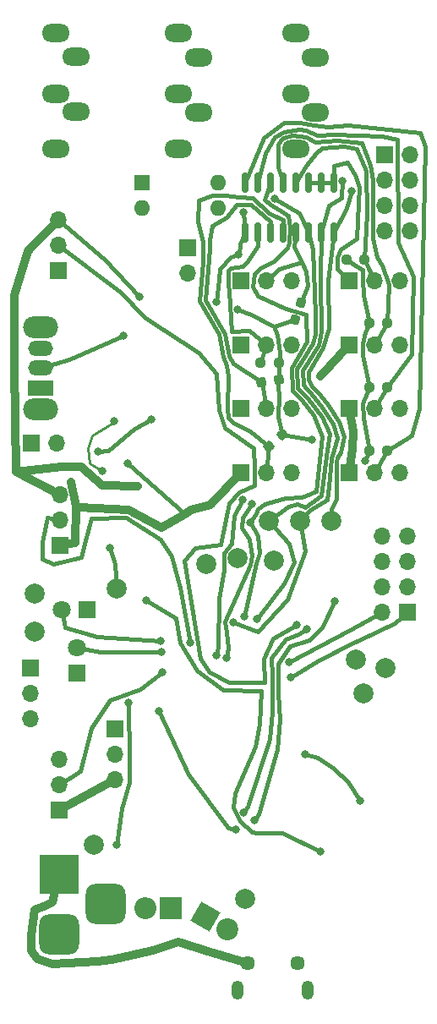
<source format=gbr>
G04 #@! TF.GenerationSoftware,KiCad,Pcbnew,8.0.3*
G04 #@! TF.CreationDate,2024-07-27T02:44:29-04:00*
G04 #@! TF.ProjectId,MEAP_Rev4,4d454150-5f52-4657-9634-2e6b69636164,rev?*
G04 #@! TF.SameCoordinates,Original*
G04 #@! TF.FileFunction,Copper,L2,Bot*
G04 #@! TF.FilePolarity,Positive*
%FSLAX46Y46*%
G04 Gerber Fmt 4.6, Leading zero omitted, Abs format (unit mm)*
G04 Created by KiCad (PCBNEW 8.0.3) date 2024-07-27 02:44:29*
%MOMM*%
%LPD*%
G01*
G04 APERTURE LIST*
G04 Aperture macros list*
%AMRoundRect*
0 Rectangle with rounded corners*
0 $1 Rounding radius*
0 $2 $3 $4 $5 $6 $7 $8 $9 X,Y pos of 4 corners*
0 Add a 4 corners polygon primitive as box body*
4,1,4,$2,$3,$4,$5,$6,$7,$8,$9,$2,$3,0*
0 Add four circle primitives for the rounded corners*
1,1,$1+$1,$2,$3*
1,1,$1+$1,$4,$5*
1,1,$1+$1,$6,$7*
1,1,$1+$1,$8,$9*
0 Add four rect primitives between the rounded corners*
20,1,$1+$1,$2,$3,$4,$5,0*
20,1,$1+$1,$4,$5,$6,$7,0*
20,1,$1+$1,$6,$7,$8,$9,0*
20,1,$1+$1,$8,$9,$2,$3,0*%
%AMHorizOval*
0 Thick line with rounded ends*
0 $1 width*
0 $2 $3 position (X,Y) of the first rounded end (center of the circle)*
0 $4 $5 position (X,Y) of the second rounded end (center of the circle)*
0 Add line between two ends*
20,1,$1,$2,$3,$4,$5,0*
0 Add two circle primitives to create the rounded ends*
1,1,$1,$2,$3*
1,1,$1,$4,$5*%
%AMRotRect*
0 Rectangle, with rotation*
0 The origin of the aperture is its center*
0 $1 length*
0 $2 width*
0 $3 Rotation angle, in degrees counterclockwise*
0 Add horizontal line*
21,1,$1,$2,0,0,$3*%
G04 Aperture macros list end*
G04 #@! TA.AperFunction,ComponentPad*
%ADD10C,2.000000*%
G04 #@! TD*
G04 #@! TA.AperFunction,ComponentPad*
%ADD11R,1.700000X1.700000*%
G04 #@! TD*
G04 #@! TA.AperFunction,ComponentPad*
%ADD12O,1.700000X1.700000*%
G04 #@! TD*
G04 #@! TA.AperFunction,ComponentPad*
%ADD13O,2.800000X1.800000*%
G04 #@! TD*
G04 #@! TA.AperFunction,ComponentPad*
%ADD14R,1.600000X1.600000*%
G04 #@! TD*
G04 #@! TA.AperFunction,ComponentPad*
%ADD15O,1.600000X1.600000*%
G04 #@! TD*
G04 #@! TA.AperFunction,ComponentPad*
%ADD16R,4.000000X4.000000*%
G04 #@! TD*
G04 #@! TA.AperFunction,ComponentPad*
%ADD17RoundRect,1.000000X1.000000X-1.000000X1.000000X1.000000X-1.000000X1.000000X-1.000000X-1.000000X0*%
G04 #@! TD*
G04 #@! TA.AperFunction,ComponentPad*
%ADD18O,3.500000X2.200000*%
G04 #@! TD*
G04 #@! TA.AperFunction,ComponentPad*
%ADD19R,2.500000X1.500000*%
G04 #@! TD*
G04 #@! TA.AperFunction,ComponentPad*
%ADD20O,2.500000X1.500000*%
G04 #@! TD*
G04 #@! TA.AperFunction,ComponentPad*
%ADD21RotRect,2.200000X2.200000X330.000000*%
G04 #@! TD*
G04 #@! TA.AperFunction,ComponentPad*
%ADD22HorizOval,2.200000X0.000000X0.000000X0.000000X0.000000X0*%
G04 #@! TD*
G04 #@! TA.AperFunction,ComponentPad*
%ADD23O,1.200000X1.900000*%
G04 #@! TD*
G04 #@! TA.AperFunction,ComponentPad*
%ADD24C,1.450000*%
G04 #@! TD*
G04 #@! TA.AperFunction,ComponentPad*
%ADD25R,2.200000X2.200000*%
G04 #@! TD*
G04 #@! TA.AperFunction,ComponentPad*
%ADD26O,2.200000X2.200000*%
G04 #@! TD*
G04 #@! TA.AperFunction,ComponentPad*
%ADD27R,1.800000X1.800000*%
G04 #@! TD*
G04 #@! TA.AperFunction,ComponentPad*
%ADD28C,1.800000*%
G04 #@! TD*
G04 #@! TA.AperFunction,SMDPad,CuDef*
%ADD29RoundRect,0.237500X-0.250000X-0.237500X0.250000X-0.237500X0.250000X0.237500X-0.250000X0.237500X0*%
G04 #@! TD*
G04 #@! TA.AperFunction,SMDPad,CuDef*
%ADD30RoundRect,0.237500X0.250000X0.237500X-0.250000X0.237500X-0.250000X-0.237500X0.250000X-0.237500X0*%
G04 #@! TD*
G04 #@! TA.AperFunction,SMDPad,CuDef*
%ADD31RoundRect,0.237500X0.204960X0.277304X-0.287443X0.190480X-0.204960X-0.277304X0.287443X-0.190480X0*%
G04 #@! TD*
G04 #@! TA.AperFunction,SMDPad,CuDef*
%ADD32RoundRect,0.237500X0.038849X0.342632X-0.344173X0.021239X-0.038849X-0.342632X0.344173X-0.021239X0*%
G04 #@! TD*
G04 #@! TA.AperFunction,SMDPad,CuDef*
%ADD33RoundRect,0.150000X-0.150000X0.825000X-0.150000X-0.825000X0.150000X-0.825000X0.150000X0.825000X0*%
G04 #@! TD*
G04 #@! TA.AperFunction,SMDPad,CuDef*
%ADD34RoundRect,0.237500X0.137672X-0.316153X0.308682X0.153693X-0.137672X0.316153X-0.308682X-0.153693X0*%
G04 #@! TD*
G04 #@! TA.AperFunction,ViaPad*
%ADD35C,0.800000*%
G04 #@! TD*
G04 #@! TA.AperFunction,Conductor*
%ADD36C,0.406400*%
G04 #@! TD*
G04 #@! TA.AperFunction,Conductor*
%ADD37C,0.812800*%
G04 #@! TD*
G04 #@! TA.AperFunction,Conductor*
%ADD38C,0.254000*%
G04 #@! TD*
G04 APERTURE END LIST*
D10*
X43620000Y-66350000D03*
D11*
X51700000Y-48700000D03*
D12*
X54240000Y-48700000D03*
X56780000Y-48700000D03*
D10*
X40480000Y-70060000D03*
D11*
X35519998Y-38975002D03*
D12*
X35519998Y-41515002D03*
D11*
X40800000Y-48700000D03*
D12*
X43340000Y-48700000D03*
X45880000Y-48700000D03*
D11*
X40800000Y-55100000D03*
D12*
X43340000Y-55100000D03*
X45880000Y-55100000D03*
D13*
X48300000Y-25430000D03*
X46300000Y-23630000D03*
X46300000Y-17530000D03*
X48300000Y-19930000D03*
X46300000Y-29130000D03*
D11*
X51700000Y-55100000D03*
D12*
X54240000Y-55100000D03*
X56780000Y-55100000D03*
D11*
X55220000Y-29660000D03*
D12*
X57760000Y-29660000D03*
X55220000Y-32200000D03*
X57760000Y-32200000D03*
X55220000Y-34740000D03*
X57760000Y-34740000D03*
X55220000Y-37280000D03*
X57760000Y-37280000D03*
D10*
X52350000Y-80200000D03*
D11*
X40800000Y-42300000D03*
D12*
X43340000Y-42300000D03*
X45880000Y-42300000D03*
D10*
X44100000Y-70290000D03*
X55320000Y-81070000D03*
D11*
X22690000Y-68810000D03*
D12*
X22690000Y-66270000D03*
X22689997Y-63730001D03*
D10*
X46755000Y-66350000D03*
D11*
X57469999Y-75489998D03*
D12*
X54929999Y-75489998D03*
X57469999Y-72949998D03*
X54930001Y-72949999D03*
X57469996Y-70409999D03*
X54930000Y-70410000D03*
X57469999Y-67869998D03*
X54929998Y-67869999D03*
D14*
X30900001Y-32460000D03*
D15*
X30900001Y-35000000D03*
X38520000Y-35000000D03*
X38520001Y-32460000D03*
D10*
X20180000Y-73670000D03*
X20130000Y-77480000D03*
D11*
X40800000Y-61500000D03*
D12*
X43340000Y-61500000D03*
X45880000Y-61500000D03*
D11*
X19750000Y-81040000D03*
D12*
X19750000Y-83580000D03*
X19750000Y-86120000D03*
D13*
X24300000Y-25385000D03*
X22300000Y-23585000D03*
X22300000Y-17485000D03*
X24300000Y-19885000D03*
X22300000Y-29085000D03*
D10*
X28380000Y-73080000D03*
X53140000Y-83660000D03*
X49890000Y-66350000D03*
D16*
X22602500Y-101740000D03*
D17*
X22602500Y-107740000D03*
X27302500Y-104740000D03*
D11*
X28210000Y-87180000D03*
D12*
X28210000Y-89720000D03*
X28210000Y-92260000D03*
D11*
X51700000Y-61500000D03*
D12*
X54240000Y-61500000D03*
X56780000Y-61500000D03*
D11*
X51700000Y-42300000D03*
D12*
X54240000Y-42300000D03*
X56780000Y-42300000D03*
D18*
X20740000Y-55140000D03*
X20740000Y-46940000D03*
D19*
X20740000Y-53040000D03*
D20*
X20740001Y-51039999D03*
X20740000Y-49040000D03*
D21*
X37310000Y-105960000D03*
D22*
X39509705Y-107230000D03*
D10*
X41260000Y-104220000D03*
D23*
X40529999Y-113332000D03*
D24*
X41529999Y-110632000D03*
X46529999Y-110632000D03*
D23*
X47529999Y-113332000D03*
D13*
X36560000Y-25420000D03*
X34560000Y-23620000D03*
X34560000Y-17520000D03*
X36560000Y-19920000D03*
X34560000Y-29120000D03*
D25*
X33830000Y-105130000D03*
D26*
X31290000Y-105130000D03*
D11*
X19820000Y-58520000D03*
D12*
X22360000Y-58520000D03*
D11*
X22540003Y-41299999D03*
D12*
X22540003Y-38759999D03*
X22540003Y-36219999D03*
D27*
X24390000Y-81600000D03*
D28*
X24390000Y-79060000D03*
D11*
X22640000Y-95310000D03*
D12*
X22640000Y-92770000D03*
X22640000Y-90230000D03*
D10*
X37380000Y-70630000D03*
X26130000Y-98750000D03*
D27*
X25440000Y-75220000D03*
D28*
X22900000Y-75220000D03*
D29*
X51377502Y-40170001D03*
X53202498Y-40169999D03*
D30*
X44604998Y-50500000D03*
X42780000Y-50500000D03*
D31*
X44670000Y-52180000D03*
X42872728Y-52496908D03*
D29*
X53690000Y-46540000D03*
X55514996Y-46539998D03*
D32*
X44980000Y-57730000D03*
X43581970Y-58903088D03*
D29*
X53685004Y-52940002D03*
X55510000Y-52940000D03*
D33*
X41250000Y-32484999D03*
X42519999Y-32485000D03*
X43790000Y-32485003D03*
X45059997Y-32484997D03*
X46330001Y-32484999D03*
X47600001Y-32485000D03*
X48870000Y-32484999D03*
X50139999Y-32485000D03*
X50140000Y-37435001D03*
X48870001Y-37435000D03*
X47600000Y-37434997D03*
X46330003Y-37435003D03*
X45059999Y-37435001D03*
X43789999Y-37435000D03*
X42520000Y-37435001D03*
X41250001Y-37435000D03*
D29*
X53685004Y-59350002D03*
X55510000Y-59350000D03*
D34*
X46245812Y-46194936D03*
X46870000Y-44480000D03*
D35*
X40330000Y-97220000D03*
X50990000Y-32350000D03*
X40580000Y-39676083D03*
X38390000Y-44430000D03*
X27710000Y-69080000D03*
X32640000Y-85420000D03*
X29540000Y-84560000D03*
X28370000Y-98800000D03*
X23810000Y-62420000D03*
X42160000Y-96320000D03*
X41100000Y-95550000D03*
X30490000Y-62850000D03*
X41120000Y-35450000D03*
X53280000Y-60350000D03*
X47940000Y-58260000D03*
X40470000Y-45220000D03*
X31370000Y-74320000D03*
X48830000Y-99440000D03*
X39420000Y-80050000D03*
X38340000Y-79840000D03*
X35750000Y-78560000D03*
X46400000Y-76790000D03*
X30630000Y-43870000D03*
X48790000Y-51860000D03*
X29520000Y-60630000D03*
X26480000Y-59370000D03*
X32886533Y-67015122D03*
X28140000Y-56320000D03*
X26940000Y-61380000D03*
X29020000Y-47830000D03*
X47260000Y-89680000D03*
X52790000Y-94370000D03*
X47410000Y-77220000D03*
X50270000Y-74370000D03*
X40970000Y-64270000D03*
X41940000Y-64680000D03*
X32970000Y-81520000D03*
X32790000Y-78370000D03*
X32860000Y-79470000D03*
X41760000Y-66540000D03*
X41160000Y-75930000D03*
X40090000Y-76530000D03*
X42460000Y-76150000D03*
X45650000Y-80510000D03*
X45840000Y-81990000D03*
X31820000Y-56160000D03*
X44250000Y-34130000D03*
X51910000Y-33340000D03*
D36*
X35570000Y-91770000D02*
X39527513Y-97082487D01*
X40330000Y-97220000D02*
X39527513Y-97082487D01*
X40704404Y-96425596D02*
X41920000Y-97511185D01*
X40055517Y-95090000D02*
X40210000Y-93650000D01*
X40704404Y-96425596D02*
X40055517Y-95090000D01*
X42480000Y-97590000D02*
X41920000Y-97511185D01*
X50900000Y-33970000D02*
X50990000Y-32350000D01*
X50170000Y-30750000D02*
X51530000Y-30490000D01*
X50139999Y-32485000D02*
X50170000Y-30750000D01*
X52240000Y-31750000D02*
X52660000Y-32930000D01*
X51530000Y-30490000D02*
X52240000Y-31750000D01*
X23640000Y-50180000D02*
X20740001Y-51039999D01*
X39850000Y-39930000D02*
X40580000Y-39676083D01*
X40580000Y-39676083D02*
X40654994Y-39649998D01*
X38750000Y-41130000D02*
X39850000Y-39930000D01*
X38390000Y-44430000D02*
X38670000Y-42110000D01*
X38670000Y-42110000D02*
X38750000Y-41130000D01*
X39623354Y-49846646D02*
X39197653Y-47620000D01*
X37695287Y-39100000D02*
X37730000Y-38230000D01*
X39197653Y-47620000D02*
X37310000Y-44210000D01*
X37310000Y-44210000D02*
X37695287Y-39100000D01*
X37005494Y-40480000D02*
X37051868Y-38370000D01*
X36710000Y-44360000D02*
X37005494Y-40480000D01*
X39076000Y-49920000D02*
X38610899Y-47670000D01*
X38610899Y-47670000D02*
X36710000Y-44360000D01*
X41460612Y-40410000D02*
X42503966Y-38850000D01*
X38334625Y-51630000D02*
X38630000Y-55260000D01*
X38334625Y-51630000D02*
X36599192Y-49510808D01*
X31290000Y-46040000D02*
X36599192Y-49510808D01*
X27710000Y-84330000D02*
X30770000Y-83220000D01*
X24730000Y-91450000D02*
X25870000Y-87070000D01*
X30770000Y-83220000D02*
X32970000Y-81520000D01*
X22640000Y-92770000D02*
X24730000Y-91450000D01*
X25870000Y-87070000D02*
X27710000Y-84330000D01*
X27710000Y-69080000D02*
X28240000Y-70700000D01*
X28240000Y-70700000D02*
X28380000Y-73080000D01*
X29340000Y-66040000D02*
X32790000Y-68190000D01*
X24800000Y-69968267D02*
X25270000Y-68260000D01*
X25270000Y-68260000D02*
X25820000Y-66060000D01*
X24800000Y-69968267D02*
X22030000Y-70670000D01*
X25820000Y-66060000D02*
X29340000Y-66040000D01*
X34730000Y-73000000D02*
X33925512Y-69930000D01*
X32790000Y-68190000D02*
X33925512Y-69930000D01*
D37*
X24680000Y-64988032D02*
X29550000Y-65220000D01*
X24680000Y-64988032D02*
X24320000Y-64890000D01*
X29550000Y-65220000D02*
X32886533Y-67015122D01*
D36*
X32640000Y-85420000D02*
X35570000Y-91770000D01*
X28910000Y-95140000D02*
X28370000Y-98800000D01*
X29540000Y-84560000D02*
X29640000Y-90230000D01*
X29640000Y-90230000D02*
X29640000Y-92500000D01*
X29640000Y-92500000D02*
X28910000Y-95140000D01*
D37*
X22640000Y-95310000D02*
X28210000Y-92260000D01*
X24320000Y-64890000D02*
X23810000Y-62420000D01*
X24850000Y-60910000D02*
X22870000Y-60910000D01*
X22870000Y-60910000D02*
X18340000Y-61470000D01*
X26950000Y-62770000D02*
X24850000Y-60910000D01*
X24270000Y-68531875D02*
X24320000Y-64890000D01*
X22690000Y-68810000D02*
X24270000Y-68531875D01*
X20176904Y-105330000D02*
X21238839Y-104858839D01*
X21238839Y-104858839D02*
X21980000Y-104530000D01*
X21980000Y-104530000D02*
X22602500Y-101740000D01*
X20176904Y-105330000D02*
X19830000Y-107820000D01*
X19830000Y-107820000D02*
X19830000Y-109350000D01*
X21980000Y-110720509D02*
X20400000Y-110168972D01*
X20400000Y-110168972D02*
X19830000Y-109350000D01*
X26460000Y-110498767D02*
X27870000Y-110285727D01*
X26460000Y-110498767D02*
X21980000Y-110720509D01*
X27870000Y-110285727D02*
X32000000Y-109400000D01*
X34550000Y-108500000D02*
X37780000Y-109520000D01*
X32000000Y-109400000D02*
X34550000Y-108500000D01*
X37780000Y-109520000D02*
X41529999Y-110632000D01*
D36*
X40210000Y-93650000D02*
X42235513Y-88995513D01*
X42707377Y-86680000D02*
X42880000Y-83390000D01*
X42235513Y-88995513D02*
X42707377Y-86680000D01*
X42594044Y-95694044D02*
X44451018Y-89200000D01*
X44451018Y-89200000D02*
X44759752Y-86260000D01*
X44759752Y-86260000D02*
X44530000Y-83590000D01*
X41522886Y-94962886D02*
X43685803Y-88170000D01*
X43932248Y-85460000D02*
X43930000Y-85170000D01*
X43685803Y-88170000D02*
X43932248Y-85460000D01*
X42594044Y-95694044D02*
X42160000Y-96320000D01*
X41100000Y-95550000D02*
X41522886Y-94962886D01*
X44960000Y-97623401D02*
X42480000Y-97590000D01*
X45180000Y-97700000D02*
X44960000Y-97623401D01*
D37*
X30490000Y-62850000D02*
X26950000Y-62770000D01*
X32886533Y-67015122D02*
X35237721Y-65647721D01*
X35237721Y-65647721D02*
X35870000Y-65280000D01*
D36*
X29520000Y-60630000D02*
X35237721Y-65647721D01*
D37*
X18150000Y-43760000D02*
X19470000Y-39310000D01*
X18340000Y-61470000D02*
X18150000Y-50850000D01*
X22689997Y-63730001D02*
X18340000Y-61470000D01*
X19470000Y-39310000D02*
X22540003Y-36219999D01*
X18150000Y-50850000D02*
X18150000Y-43760000D01*
D36*
X41120000Y-35450000D02*
X41250001Y-37435000D01*
X41870000Y-34720000D02*
X40410000Y-34720000D01*
X39350000Y-35920000D02*
X37980000Y-36770000D01*
X43774133Y-36360000D02*
X41870000Y-34720000D01*
X37980000Y-36770000D02*
X37730000Y-38230000D01*
X40410000Y-34720000D02*
X39350000Y-35920000D01*
X36560000Y-34230000D02*
X36520000Y-36340000D01*
X42050000Y-33980000D02*
X40660000Y-33960000D01*
X43660000Y-35549009D02*
X42050000Y-33980000D01*
X39200000Y-33780000D02*
X37910000Y-33780000D01*
X40660000Y-33960000D02*
X39200000Y-33780000D01*
X37910000Y-33780000D02*
X36560000Y-34230000D01*
X36520000Y-36340000D02*
X37051868Y-38370000D01*
X44140000Y-46850000D02*
X46245812Y-46194936D01*
X53280000Y-60350000D02*
X53685004Y-59350002D01*
X44980000Y-57730000D02*
X47940000Y-58260000D01*
X48970000Y-57900000D02*
X48150000Y-55780000D01*
X48150000Y-55780000D02*
X46922257Y-54210000D01*
X46950000Y-64006288D02*
X48380000Y-63410000D01*
X48380000Y-63410000D02*
X48970000Y-57900000D01*
X45350000Y-64059237D02*
X46950000Y-64006288D01*
X48910000Y-63810000D02*
X49190000Y-61160000D01*
X46530000Y-64686143D02*
X47240000Y-64960000D01*
X49190000Y-61160000D02*
X49470000Y-59250000D01*
X47240000Y-64960000D02*
X48910000Y-63810000D01*
X46530000Y-64686143D02*
X45540000Y-64870000D01*
X49470000Y-64260000D02*
X49650000Y-62840000D01*
X46755000Y-66350000D02*
X47760011Y-65290011D01*
X47760011Y-65290011D02*
X49470000Y-64260000D01*
X49871318Y-60090000D02*
X50160000Y-59220000D01*
X49650000Y-62840000D02*
X49871318Y-60090000D01*
X49909275Y-65190000D02*
X50400000Y-64120000D01*
X50431730Y-60410000D02*
X50521218Y-60001218D01*
X49909275Y-65190000D02*
X49890000Y-66350000D01*
X50400000Y-64120000D02*
X50431730Y-60410000D01*
X45350000Y-64059237D02*
X44940000Y-64160000D01*
X49470000Y-59250000D02*
X49710000Y-57640000D01*
X49710000Y-57640000D02*
X48930000Y-55960000D01*
X48930000Y-55960000D02*
X47550000Y-54100000D01*
D37*
X52010000Y-59130000D02*
X52130000Y-57370000D01*
X51700000Y-61500000D02*
X52010000Y-59130000D01*
X52130000Y-57370000D02*
X51700000Y-55100000D01*
D36*
X50040000Y-56590000D02*
X48810000Y-54710000D01*
X50160000Y-59220000D02*
X50490000Y-58050000D01*
X47751460Y-53468540D02*
X47370000Y-53060000D01*
X50490000Y-58050000D02*
X50040000Y-56590000D01*
X48810000Y-54710000D02*
X47751460Y-53468540D01*
X50521218Y-60001218D02*
X50780000Y-59520000D01*
X50630000Y-56470000D02*
X49650000Y-54830000D01*
X50780000Y-59520000D02*
X51170000Y-57840000D01*
X51170000Y-57840000D02*
X50630000Y-56470000D01*
X49650000Y-54830000D02*
X48737006Y-53630000D01*
X46886315Y-40423685D02*
X44650000Y-41120000D01*
X47330000Y-41330000D02*
X46886315Y-40423685D01*
X46886315Y-40423685D02*
X46155084Y-38930000D01*
X44650000Y-41120000D02*
X43340000Y-42300000D01*
X45350000Y-45100000D02*
X42500000Y-43830000D01*
X41990000Y-42900000D02*
X42170000Y-41590000D01*
X42500000Y-43830000D02*
X41990000Y-42900000D01*
X42740000Y-41060000D02*
X44170000Y-40370000D01*
X42170000Y-41590000D02*
X42740000Y-41060000D01*
X45680000Y-38480000D02*
X45527273Y-39040000D01*
X44170000Y-40370000D02*
X45527273Y-39040000D01*
X47500000Y-42820000D02*
X47330000Y-41330000D01*
X46870000Y-44480000D02*
X47500000Y-42820000D01*
X46155084Y-38930000D02*
X46330003Y-37435003D01*
X41847500Y-45700494D02*
X40470000Y-45220000D01*
X41710000Y-47330000D02*
X39890000Y-47360000D01*
X39890000Y-47360000D02*
X39610000Y-43400000D01*
X42074033Y-47635967D02*
X41710000Y-47330000D01*
X43340000Y-48700000D02*
X42074033Y-47635967D01*
X44940000Y-64160000D02*
X43190000Y-64615709D01*
X42312379Y-65560000D02*
X42549330Y-65189330D01*
X43190000Y-64615709D02*
X42549330Y-65189330D01*
X45540000Y-64870000D02*
X43620000Y-66350000D01*
X44670000Y-52180000D02*
X44595000Y-52980000D01*
X44670000Y-52180000D02*
X44604998Y-50500000D01*
X42780000Y-50500000D02*
X43340000Y-48700000D01*
X44480000Y-47680000D02*
X44710000Y-49500000D01*
X44710000Y-49500000D02*
X44604998Y-50500000D01*
X41847500Y-45700494D02*
X44140000Y-46850000D01*
X44140000Y-46850000D02*
X44480000Y-47680000D01*
X39070000Y-83270000D02*
X36450000Y-81340000D01*
X34750000Y-78550000D02*
X34290000Y-76110000D01*
X48830000Y-99440000D02*
X45180000Y-97700000D01*
X36450000Y-81340000D02*
X34750000Y-78550000D01*
X42880000Y-83390000D02*
X39070000Y-83270000D01*
X34290000Y-76110000D02*
X31370000Y-74320000D01*
X39420000Y-80050000D02*
X39540000Y-79010000D01*
X38340000Y-79840000D02*
X38580000Y-78970000D01*
X22030000Y-70670000D02*
X20930000Y-70180000D01*
X35750000Y-78560000D02*
X34730000Y-73000000D01*
X20930000Y-68490000D02*
X21420000Y-66040000D01*
X20930000Y-70180000D02*
X20930000Y-68490000D01*
X21420000Y-66040000D02*
X22690000Y-66270000D01*
X43230000Y-82520000D02*
X39620000Y-82520000D01*
X36770000Y-80110000D02*
X35130000Y-70310000D01*
X44040313Y-78090313D02*
X46400000Y-76790000D01*
X44040313Y-78090313D02*
X43140000Y-80130000D01*
X39620000Y-82520000D02*
X37730000Y-81500000D01*
X37730000Y-81500000D02*
X36770000Y-80110000D01*
X43140000Y-80130000D02*
X43230000Y-82520000D01*
X40660000Y-63500000D02*
X39660000Y-64550000D01*
X42150000Y-60890000D02*
X42190000Y-62810000D01*
X38780000Y-68700000D02*
X36230000Y-69090000D01*
X36230000Y-69090000D02*
X35130000Y-70310000D01*
X39180000Y-57020000D02*
X42120000Y-59040000D01*
X39660000Y-64550000D02*
X38780000Y-68700000D01*
X42120000Y-59040000D02*
X42150000Y-60890000D01*
X28720000Y-43380000D02*
X31290000Y-46040000D01*
X42190000Y-62810000D02*
X40660000Y-63500000D01*
X38630000Y-55260000D02*
X39180000Y-57020000D01*
X22540003Y-38759999D02*
X28720000Y-43380000D01*
X30630000Y-43870000D02*
X27160000Y-40160000D01*
X27160000Y-40160000D02*
X22540003Y-36219999D01*
X42973457Y-52439016D02*
X40104206Y-50635794D01*
X43340000Y-55100000D02*
X42973457Y-52439016D01*
D37*
X51700000Y-48700000D02*
X48790000Y-51860000D01*
D36*
X48737006Y-53630000D02*
X47950000Y-52890000D01*
X47950000Y-52890000D02*
X47600000Y-52250000D01*
X47600000Y-52250000D02*
X47620000Y-51450000D01*
X47620000Y-51450000D02*
X49070000Y-49030000D01*
X47370000Y-53060000D02*
X47060000Y-52750000D01*
X47060000Y-52750000D02*
X47020000Y-51310000D01*
X48600727Y-48710000D02*
X48893987Y-47400000D01*
X47020000Y-51310000D02*
X48600727Y-48710000D01*
X46445058Y-51140624D02*
X46524080Y-53052100D01*
X48059836Y-48550000D02*
X46885143Y-50377985D01*
X46524080Y-53052100D02*
X47550000Y-54100000D01*
X48059836Y-48550000D02*
X48318669Y-47610000D01*
X46885143Y-50377985D02*
X46445058Y-51140624D01*
X46030000Y-53350000D02*
X45930000Y-51020000D01*
X46922257Y-54210000D02*
X46030000Y-53350000D01*
X47390000Y-45660000D02*
X47430341Y-48420000D01*
X45930000Y-51020000D02*
X47430341Y-48420000D01*
X49070000Y-49030000D02*
X49635720Y-47060000D01*
X49535916Y-42330000D02*
X49635720Y-47060000D01*
X48790000Y-42140000D02*
X48893987Y-47400000D01*
X48270000Y-45690000D02*
X48318669Y-47610000D01*
X52660000Y-32930000D02*
X52640000Y-34550000D01*
X50800000Y-39200000D02*
X50510000Y-39910000D01*
X50510000Y-39910000D02*
X50510000Y-41090000D01*
X52400000Y-38060000D02*
X50800000Y-39200000D01*
X52640000Y-34550000D02*
X52400000Y-38060000D01*
X50510000Y-41090000D02*
X51700000Y-42300000D01*
X53410000Y-35550000D02*
X53354547Y-31319548D01*
X53202498Y-40169999D02*
X53410000Y-35550000D01*
X53354547Y-31319548D02*
X52410000Y-29100000D01*
X54020000Y-32200000D02*
X54020000Y-38110000D01*
X53760000Y-30690000D02*
X54020000Y-32200000D01*
X54467790Y-39912210D02*
X54990000Y-40780000D01*
X54020000Y-38110000D02*
X54467790Y-39912210D01*
D37*
X35870000Y-65280000D02*
X37790000Y-64710000D01*
X37790000Y-64710000D02*
X40800000Y-61500000D01*
D36*
X27570000Y-59310000D02*
X26480000Y-59370000D01*
D38*
X25480000Y-59090000D02*
X25890000Y-57780000D01*
X26940000Y-61380000D02*
X25640000Y-60550000D01*
X27854341Y-56644341D02*
X28140000Y-56320000D01*
X25640000Y-60550000D02*
X25480000Y-59090000D01*
X25890000Y-57780000D02*
X27854341Y-56644341D01*
D36*
X23640000Y-50180000D02*
X29020000Y-47830000D01*
X52790000Y-94370000D02*
X51584340Y-92545660D01*
X50152676Y-91177324D02*
X48570000Y-90035386D01*
X51584340Y-92545660D02*
X50152676Y-91177324D01*
X48570000Y-90035386D02*
X47260000Y-89680000D01*
X43850000Y-80080000D02*
X45340000Y-78200000D01*
X46590000Y-77730000D02*
X47410000Y-77220000D01*
X43930000Y-85170000D02*
X43930000Y-81840000D01*
X45340000Y-78200000D02*
X46590000Y-77730000D01*
X43930000Y-81840000D02*
X43850000Y-80080000D01*
X47730000Y-78280000D02*
X48940000Y-77020000D01*
X45720000Y-78860000D02*
X47730000Y-78280000D01*
X44530000Y-83590000D02*
X44570000Y-80640000D01*
X44570000Y-80640000D02*
X45720000Y-78860000D01*
X48940000Y-77020000D02*
X50270000Y-74370000D01*
X39910000Y-68600000D02*
X39160000Y-69600000D01*
X39160000Y-71250000D02*
X38610000Y-74130000D01*
X40970000Y-64270000D02*
X40180000Y-65820000D01*
X40180000Y-65820000D02*
X39910000Y-68600000D01*
X39160000Y-69600000D02*
X39160000Y-71250000D01*
X38610000Y-74130000D02*
X38580000Y-78970000D01*
X40920000Y-67060000D02*
X40980000Y-65980000D01*
X41940000Y-69780000D02*
X41640000Y-68250000D01*
X39540000Y-79010000D02*
X39350000Y-77510000D01*
X39210000Y-76390000D02*
X41720000Y-70760000D01*
X39350000Y-77510000D02*
X39210000Y-76390000D01*
X41640000Y-68250000D02*
X40920000Y-67060000D01*
X40980000Y-65980000D02*
X41940000Y-64680000D01*
X41720000Y-70760000D02*
X41940000Y-69780000D01*
X45059999Y-37435001D02*
X45024180Y-36175820D01*
X43774133Y-36360000D02*
X43789999Y-37435000D01*
X39790901Y-41040901D02*
X40990000Y-40871983D01*
X40990000Y-40871983D02*
X41460612Y-40410000D01*
X40654994Y-39649998D02*
X40760000Y-38610000D01*
X40760000Y-38610000D02*
X41250001Y-37435000D01*
X39546199Y-41270000D02*
X39790901Y-41040901D01*
X26420000Y-77950000D02*
X23250000Y-77020000D01*
X32790000Y-78370000D02*
X26420000Y-77950000D01*
X23250000Y-77020000D02*
X22900000Y-75220000D01*
X32860000Y-79470000D02*
X26810000Y-79430000D01*
X26810000Y-79430000D02*
X24390000Y-79060000D01*
X42250000Y-67330000D02*
X41760000Y-66540000D01*
X41760000Y-66540000D02*
X42312379Y-65560000D01*
X53140000Y-43760000D02*
X53010000Y-42030000D01*
X52430000Y-40870000D02*
X51377502Y-40170001D01*
X53690000Y-46540000D02*
X53140000Y-43760000D01*
X53010000Y-41210000D02*
X52430000Y-40870000D01*
X53010000Y-42030000D02*
X53010000Y-41210000D01*
X53020000Y-48530000D02*
X53240000Y-47480000D01*
X53685004Y-52940002D02*
X53050000Y-49790000D01*
X53050000Y-49790000D02*
X53020000Y-48530000D01*
X53240000Y-47480000D02*
X53690000Y-46540000D01*
X53080000Y-56000000D02*
X53030000Y-54540000D01*
X53685004Y-59350002D02*
X53080000Y-56000000D01*
X53030000Y-54540000D02*
X53685004Y-52940002D01*
X44580000Y-55920000D02*
X44600000Y-53770000D01*
X44980000Y-57730000D02*
X44580000Y-55920000D01*
X44600000Y-53770000D02*
X44595000Y-52980000D01*
X47390000Y-45660000D02*
X45350000Y-45100000D01*
X42716069Y-69560000D02*
X42380000Y-70580000D01*
X42250000Y-67330000D02*
X42486486Y-67843514D01*
X42716069Y-69560000D02*
X42486486Y-67843514D01*
X42380000Y-70580000D02*
X41160000Y-75930000D01*
X43340000Y-61500000D02*
X43581970Y-58903088D01*
X41766423Y-57413577D02*
X43581970Y-58903088D01*
X44650000Y-35200000D02*
X45600000Y-35780000D01*
X45600000Y-35780000D02*
X45720000Y-36930000D01*
X45720000Y-36930000D02*
X45680000Y-38480000D01*
X43760000Y-34660000D02*
X44650000Y-35200000D01*
X43220000Y-34190000D02*
X43760000Y-34660000D01*
X43790000Y-32485003D02*
X43220000Y-34190000D01*
X46755000Y-66350000D02*
X47230000Y-69420000D01*
X47230000Y-69420000D02*
X45460000Y-74260000D01*
X42530000Y-77400000D02*
X40090000Y-76530000D01*
X45460000Y-74260000D02*
X42530000Y-77400000D01*
X46190000Y-70470000D02*
X45660000Y-68650000D01*
X42460000Y-76150000D02*
X45140000Y-72590000D01*
X45140000Y-72590000D02*
X46190000Y-70470000D01*
X45660000Y-68650000D02*
X43620000Y-66350000D01*
X51770000Y-77300000D02*
X54929999Y-75489998D01*
X45650000Y-80510000D02*
X51770000Y-77300000D01*
X51900000Y-78588457D02*
X52890000Y-78238761D01*
X56238616Y-76568616D02*
X57469999Y-75489998D01*
X52890000Y-78238761D02*
X56238616Y-76568616D01*
X45840000Y-81990000D02*
X48657941Y-80347941D01*
X48657941Y-80347941D02*
X51900000Y-78588457D01*
X48870000Y-32484999D02*
X47600001Y-32485000D01*
X50139999Y-32485000D02*
X48870000Y-32484999D01*
X30180000Y-57090000D02*
X27570000Y-59310000D01*
X31820000Y-56160000D02*
X30180000Y-57090000D01*
X48010000Y-39130000D02*
X47600000Y-37434997D01*
X48010000Y-39130000D02*
X48270000Y-45690000D01*
X47600000Y-37434997D02*
X46650000Y-35490000D01*
X46650000Y-35490000D02*
X44250000Y-34130000D01*
X48870001Y-37435000D02*
X48790000Y-42140000D01*
X48870001Y-37435000D02*
X49660000Y-34750000D01*
X49660000Y-34750000D02*
X50900000Y-33970000D01*
X51910000Y-33340000D02*
X51410000Y-35040000D01*
X51410000Y-35040000D02*
X50140000Y-37435001D01*
X50140000Y-37435001D02*
X49535916Y-42330000D01*
X48969508Y-29049508D02*
X51120000Y-28820000D01*
X51120000Y-28820000D02*
X52410000Y-29100000D01*
X48390000Y-29480000D02*
X48969508Y-29049508D01*
X46330001Y-32484999D02*
X47320000Y-30760000D01*
X47320000Y-30760000D02*
X48390000Y-29480000D01*
X53202498Y-40169999D02*
X54240000Y-42300000D01*
X45070000Y-28023241D02*
X44833442Y-28243442D01*
X44580551Y-28630551D02*
X44567494Y-30920000D01*
X55660000Y-42660000D02*
X55514996Y-46539998D01*
X48260000Y-28400000D02*
X50490000Y-28210000D01*
X47308863Y-27891137D02*
X45960000Y-27776367D01*
X47308863Y-27891137D02*
X48260000Y-28400000D01*
X50490000Y-28210000D02*
X52950000Y-28470000D01*
X45059997Y-32484997D02*
X44567494Y-30920000D01*
X54240000Y-48700000D02*
X55514996Y-46539998D01*
X44833442Y-28243442D02*
X44580551Y-28630551D01*
X45960000Y-27776367D02*
X45070000Y-28023241D01*
X52950000Y-28470000D02*
X53760000Y-30690000D01*
X54990000Y-40780000D02*
X55660000Y-42660000D01*
X57970000Y-49700000D02*
X55510000Y-52940000D01*
X46670000Y-27145166D02*
X45190000Y-27360000D01*
X58070000Y-41870000D02*
X57970000Y-49700000D01*
X44257222Y-27887222D02*
X43260617Y-29540000D01*
X54950000Y-27790000D02*
X56530000Y-28170000D01*
X45190000Y-27360000D02*
X44257222Y-27887222D01*
X56530000Y-28170000D02*
X56570000Y-38520000D01*
X47390000Y-27270000D02*
X48430000Y-27750000D01*
X50180000Y-27650000D02*
X54950000Y-27790000D01*
X54240000Y-55100000D02*
X55510000Y-52940000D01*
X48430000Y-27750000D02*
X50180000Y-27650000D01*
X46670000Y-27145166D02*
X47390000Y-27270000D01*
X56570000Y-38520000D02*
X58070000Y-41870000D01*
X42519999Y-32485000D02*
X43260617Y-29540000D01*
X58670000Y-55120000D02*
X57970000Y-57780000D01*
X49520000Y-26900000D02*
X51610000Y-26710000D01*
X46740000Y-26470000D02*
X48140000Y-26760000D01*
X45120000Y-26510000D02*
X46740000Y-26470000D01*
X41250000Y-32484999D02*
X43130000Y-28000000D01*
X54240000Y-61500000D02*
X55510000Y-59350000D01*
X59270000Y-28870000D02*
X58670000Y-55120000D01*
X48140000Y-26760000D02*
X49520000Y-26900000D01*
X43130000Y-28000000D02*
X45120000Y-26510000D01*
X57970000Y-57780000D02*
X55510000Y-59350000D01*
X51610000Y-26710000D02*
X58770000Y-27460000D01*
X58770000Y-27460000D02*
X59270000Y-28870000D01*
X39474919Y-55050000D02*
X39593767Y-56060000D01*
X39474919Y-55050000D02*
X39593354Y-51870000D01*
X39593354Y-51870000D02*
X39370000Y-50760000D01*
X39370000Y-50760000D02*
X39076000Y-49920000D01*
X41766423Y-57413577D02*
X40090000Y-56523072D01*
X40090000Y-56523072D02*
X39593767Y-56060000D01*
X40104206Y-50635794D02*
X39623354Y-49846646D01*
X42503966Y-38850000D02*
X42520000Y-37435001D01*
X39530000Y-42600000D02*
X39546199Y-41270000D01*
X39610000Y-43400000D02*
X39530000Y-42600000D01*
X43660000Y-35549009D02*
X45024180Y-36175820D01*
M02*

</source>
